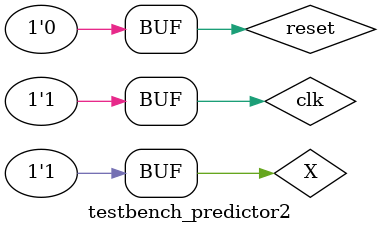
<source format=sv>
module testbench_predictor2();

logic clk, reset, X;
logic [7:0] X_cnt;
logic Y, Y_match;
logic [7:0] Y_cnt;
logic Z, Z_match;
logic [7:0] Z_cnt;

PatternPredictor dut(clk, reset, X, X_cnt, Y, Y_match, Y_cnt, Z, Z_match, Z_cnt);

always
	begin
		clk = 0; #5;
		clk = 1; #5;
	end

//Pattern is 0F0F0F0F0F 00000FFFFF 0FFFF00FFF 000FF0000F 0FFF0F000F 00F00FF0FF 
initial begin //Delay of 40 is 4 bits or 4 clock cycles
	reset = 1; X = 0;#2; 
	reset = 0; X = 0;#40;
	X = 1;#40;
	X = 0;#40;
	X = 1;#40;
	X = 0;#40;
	X = 1;#40;
	X = 0;#40;
	X = 1;#40;
	X = 0;#40;
	X = 1;#40;

	X = 0;#200;
	X = 1;#200;

	X = 0;#40;
	X = 1;#160;
	X = 0;#80;
	X = 1;#120;

	X = 0;#120;
	X = 1;#80;
	X = 0;#160;
	X = 1;#40;

	X = 0;#40;
	X = 1;#120;
	X = 0;#40;
	X = 1;#40;
	X = 0;#120;
	X = 1;#40;

	X = 0;#80;
	X = 1;#40;
	X = 0;#80;
	X = 1;#80;
	X = 0;#40;
	X = 1;#80;
	end
endmodule


</source>
